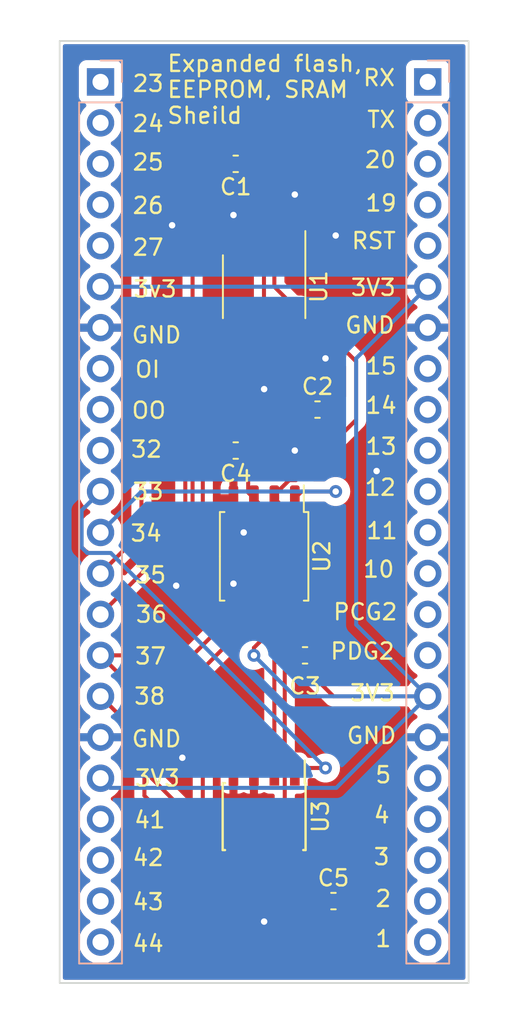
<source format=kicad_pcb>
(kicad_pcb (version 20221018) (generator pcbnew)
  (layers (0 "F.Cu" signal) (31 "B.Cu" signal) (34 "B.Paste" user) (35 "F.Paste" user) (36 "B.SilkS" user "B.Silkscreen") (37 "F.SilkS" user "F.Silkscreen") (38 "B.Mask" user) (39 "F.Mask" user) (44 "Edge.Cuts" user))
  (net 0 "")
  (net 1 "+3V3")
  (net 2 "GND")
  (net 33 "CS1")
  (net 34 "SO")
  (net 35 "SI")
  (net 36 "SCK")
  (net 37 "CS2")
  (net 38 "CS3")
  (footprint "Capacitor_SMD:C_0603_1608Metric" (layer "F.Cu") (at 160.795 68.58 180)
    (fp_text reference "C4" (at 0 -1.43) (layer "F.SilkS"))
    (fp_text value "0.1uF")
    (fp_line (start -0.14058 -0.51) (end 0.14058 -0.51) (stroke (width 0.12)) (layer "F.SilkS"))
    (fp_line (start -0.14058 0.51) (end 0.14058 0.51) (stroke (width 0.12)) (layer "F.SilkS"))
    (pad "1" smd roundrect (at -0.775 0 180) (size 0.9 0.95) (layers "F.Cu" "F.Paste" "F.Mask") (net 1 "+3V3"))
    (pad "2" smd roundrect (at 0.775 0 180) (size 0.9 0.95) (layers "F.Cu" "F.Paste" "F.Mask") (net 2 "GND"))
  )
  (footprint "Package_SO:SOIC-8_3.9x4.9mm_P1.27mm" (layer "F.Cu") (at 162.56 58.42 -90)
    (fp_text reference "U1" (at 0 -3.4 90) (layer "F.SilkS"))
    (fp_text value "25CSM04xxSN")
    (fp_line (start 0 -2.56) (end -3.45 -2.56) (stroke (width 0.12)) (layer "F.SilkS"))
    (fp_line (start 0 -2.56) (end 1.95 -2.56) (stroke (width 0.12)) (layer "F.SilkS"))
    (fp_line (start 0 2.56) (end -1.95 2.56) (stroke (width 0.12)) (layer "F.SilkS"))
    (fp_line (start 0 2.56) (end 1.95 2.56) (stroke (width 0.12)) (layer "F.SilkS"))
    (pad "1" smd roundrect (at -2.475 -1.905 270) (size 1.95 0.6) (layers "F.Cu" "F.Paste" "F.Mask") (net 33 "CS1"))
    (pad "2" smd roundrect (at -2.475 -0.635 270) (size 1.95 0.6) (layers "F.Cu" "F.Paste" "F.Mask") (net 34 "SO"))
    (pad "3" smd roundrect (at -2.475 0.635 270) (size 1.95 0.6) (layers "F.Cu" "F.Paste" "F.Mask") (net 1 "+3V3"))
    (pad "4" smd roundrect (at -2.475 1.905 270) (size 1.95 0.6) (layers "F.Cu" "F.Paste" "F.Mask") (net 2 "GND"))
    (pad "5" smd roundrect (at 2.475 1.905 270) (size 1.95 0.6) (layers "F.Cu" "F.Paste" "F.Mask") (net 35 "SI"))
    (pad "6" smd roundrect (at 2.475 0.635 270) (size 1.95 0.6) (layers "F.Cu" "F.Paste" "F.Mask") (net 36 "SCK"))
    (pad "7" smd roundrect (at 2.475 -0.635 270) (size 1.95 0.6) (layers "F.Cu" "F.Paste" "F.Mask") (net 1 "+3V3"))
    (pad "8" smd roundrect (at 2.475 -1.905 270) (size 1.95 0.6) (layers "F.Cu" "F.Paste" "F.Mask") (net 1 "+3V3"))
  )
  (footprint "Capacitor_SMD:C_0603_1608Metric" (layer "F.Cu") (at 166.865 96.52)
    (fp_text reference "C5" (at 0 -1.43) (layer "F.SilkS"))
    (fp_text value "0.1uF" hide)
    (fp_line (start -0.14058 -0.51) (end 0.14058 -0.51) (stroke (width 0.12)) (layer "F.SilkS"))
    (fp_line (start -0.14058 0.51) (end 0.14058 0.51) (stroke (width 0.12)) (layer "F.SilkS"))
    (pad "1" smd roundrect (at -0.775 0) (size 0.9 0.95) (layers "F.Cu" "F.Paste" "F.Mask") (net 1 "+3V3"))
    (pad "2" smd roundrect (at 0.775 0) (size 0.9 0.95) (layers "F.Cu" "F.Paste" "F.Mask") (net 2 "GND"))
  )
  (footprint "Capacitor_SMD:C_0603_1608Metric" (layer "F.Cu") (at 165.875 66.04)
    (fp_text reference "C2" (at 0 -1.43) (layer "F.SilkS"))
    (fp_text value "0.1uF" hide)
    (fp_line (start -0.14058 -0.51) (end 0.14058 -0.51) (stroke (width 0.12)) (layer "F.SilkS"))
    (fp_line (start -0.14058 0.51) (end 0.14058 0.51) (stroke (width 0.12)) (layer "F.SilkS"))
    (pad "1" smd roundrect (at -0.775 0) (size 0.9 0.95) (layers "F.Cu" "F.Paste" "F.Mask") (net 1 "+3V3"))
    (pad "2" smd roundrect (at 0.775 0) (size 0.9 0.95) (layers "F.Cu" "F.Paste" "F.Mask") (net 2 "GND"))
  )
  (footprint "Capacitor_SMD:C_0603_1608Metric" (layer "F.Cu") (at 165.1 81.28)
    (fp_text reference "C3" (at 0 1.905) (layer "F.SilkS"))
    (fp_text value "0.1uF" hide)
    (fp_line (start -0.14058 -0.51) (end 0.14058 -0.51) (stroke (width 0.12)) (layer "F.SilkS"))
    (fp_line (start -0.14058 0.51) (end 0.14058 0.51) (stroke (width 0.12)) (layer "F.SilkS"))
    (pad "1" smd roundrect (at -0.775 0) (size 0.9 0.95) (layers "F.Cu" "F.Paste" "F.Mask") (net 1 "+3V3"))
    (pad "2" smd roundrect (at 0.775 0) (size 0.9 0.95) (layers "F.Cu" "F.Paste" "F.Mask") (net 2 "GND"))
  )
  (footprint "Package_SO:SOIC-8_5.275x5.275mm_P1.27mm" (layer "F.Cu") (at 162.56 75.14 -90)
    (fp_text reference "U2" (at 0 -3.59 90) (layer "F.SilkS"))
    (fp_text value "SST25VF080B-50-4x-S2Ax")
    (fp_line (start -2.7475 -2.7475) (end -2.7475 -2.465) (stroke (width 0.12)) (layer "F.SilkS"))
    (fp_line (start -2.7475 -2.465) (end -4.4 -2.465) (stroke (width 0.12)) (layer "F.SilkS"))
    (fp_line (start -2.7475 2.7475) (end -2.7475 2.465) (stroke (width 0.12)) (layer "F.SilkS"))
    (fp_line (start 0 -2.7475) (end -2.7475 -2.7475) (stroke (width 0.12)) (layer "F.SilkS"))
    (fp_line (start 0 -2.7475) (end 2.7475 -2.7475) (stroke (width 0.12)) (layer "F.SilkS"))
    (fp_line (start 0 2.7475) (end -2.7475 2.7475) (stroke (width 0.12)) (layer "F.SilkS"))
    (fp_line (start 0 2.7475) (end 2.7475 2.7475) (stroke (width 0.12)) (layer "F.SilkS"))
    (fp_line (start 2.7475 -2.7475) (end 2.7475 -2.465) (stroke (width 0.12)) (layer "F.SilkS"))
    (fp_line (start 2.7475 2.7475) (end 2.7475 2.465) (stroke (width 0.12)) (layer "F.SilkS"))
    (pad "1" smd roundrect (at -3.6 -1.905 270) (size 1.6 0.6) (layers "F.Cu" "F.Paste" "F.Mask") (net 37 "CS2"))
    (pad "2" smd roundrect (at -3.6 -0.635 270) (size 1.6 0.6) (layers "F.Cu" "F.Paste" "F.Mask") (net 34 "SO"))
    (pad "3" smd roundrect (at -3.6 0.635 270) (size 1.6 0.6) (layers "F.Cu" "F.Paste" "F.Mask") (net 1 "+3V3"))
    (pad "4" smd roundrect (at -3.6 1.905 270) (size 1.6 0.6) (layers "F.Cu" "F.Paste" "F.Mask") (net 2 "GND"))
    (pad "5" smd roundrect (at 3.6 1.905 270) (size 1.6 0.6) (layers "F.Cu" "F.Paste" "F.Mask") (net 35 "SI"))
    (pad "6" smd roundrect (at 3.6 0.635 270) (size 1.6 0.6) (layers "F.Cu" "F.Paste" "F.Mask") (net 36 "SCK"))
    (pad "7" smd roundrect (at 3.6 -0.635 270) (size 1.6 0.6) (layers "F.Cu" "F.Paste" "F.Mask") (net 1 "+3V3"))
    (pad "8" smd roundrect (at 3.6 -1.905 270) (size 1.6 0.6) (layers "F.Cu" "F.Paste" "F.Mask") (net 1 "+3V3"))
  )
  (footprint "Package_SO:SOIC-8-N7_3.9x4.9mm_P1.27mm" (layer "F.Cu") (at 162.56 91.28 -90)
    (fp_text reference "U3" (at 0 -3.5 90) (layer "F.SilkS"))
    (fp_text value "23LC1024T-I/SN")
    (fp_line (start -2.075 -2.575) (end -2.075 -2.525) (stroke (width 0.15)) (layer "F.SilkS"))
    (fp_line (start -2.075 -2.575) (end 2.075 -2.575) (stroke (width 0.15)) (layer "F.SilkS"))
    (fp_line (start -2.075 -2.525) (end -3.475 -2.525) (stroke (width 0.15)) (layer "F.SilkS"))
    (fp_line (start -2.075 2.575) (end -2.075 2.43) (stroke (width 0.15)) (layer "F.SilkS"))
    (fp_line (start -2.075 2.575) (end 2.075 2.575) (stroke (width 0.15)) (layer "F.SilkS"))
    (fp_line (start 2.075 -2.575) (end 2.075 -2.43) (stroke (width 0.15)) (layer "F.SilkS"))
    (fp_line (start 2.075 2.575) (end 2.075 2.43) (stroke (width 0.15)) (layer "F.SilkS"))
    (pad "1" smd rect (at -2.7 -1.905 270) (size 1.55 0.6) (layers "F.Cu" "F.Paste" "F.Mask") (net 38 "CS3"))
    (pad "2" smd rect (at -2.7 -0.635 270) (size 1.55 0.6) (layers "F.Cu" "F.Paste" "F.Mask") (net 34 "SO"))
    (pad "3" smd rect (at -2.7 0.635 270) (size 1.55 0.6) (layers "F.Cu" "F.Paste" "F.Mask") (net 2 "GND"))
    (pad "4" smd rect (at -2.7 1.905 270) (size 1.55 0.6) (layers "F.Cu" "F.Paste" "F.Mask") (net 2 "GND"))
    (pad "5" smd rect (at 2.7 1.905 270) (size 1.55 0.6) (layers "F.Cu" "F.Paste" "F.Mask") (net 35 "SI"))
    (pad "6" smd rect (at 2.7 0.635 270) (size 1.55 0.6) (layers "F.Cu" "F.Paste" "F.Mask") (net 36 "SCK"))
    (pad "8" smd rect (at 2.7 -1.905 270) (size 1.55 0.6) (layers "F.Cu" "F.Paste" "F.Mask") (net 1 "+3V3"))
  )
  (footprint "Capacitor_SMD:C_0603_1608Metric" (layer "F.Cu") (at 160.795 50.8 180)
    (fp_text reference "C1" (at 0 -1.43) (layer "F.SilkS"))
    (fp_text value "0.1uF" hide)
    (fp_line (start -0.14058 -0.51) (end 0.14058 -0.51) (stroke (width 0.12)) (layer "F.SilkS"))
    (fp_line (start -0.14058 0.51) (end 0.14058 0.51) (stroke (width 0.12)) (layer "F.SilkS"))
    (pad "1" smd roundrect (at -0.775 0 180) (size 0.9 0.95) (layers "F.Cu" "F.Paste" "F.Mask") (net 1 "+3V3"))
    (pad "2" smd roundrect (at 0.775 0 180) (size 0.9 0.95) (layers "F.Cu" "F.Paste" "F.Mask") (net 2 "GND"))
  )
  (footprint "Connector_PinHeader_2.54mm:PinHeader_1x22_P2.54mm_Vertical" (layer "B.Cu") (at 172.72 45.72 180)
    (fp_text reference "J2" hide)
    (fp_text value "Conn_01x22_Pin")
    (fp_line (start -1.33 -54.67) (end 1.33 -54.67) (stroke (width 0.12)) (layer "B.SilkS"))
    (fp_line (start -1.33 -1.27) (end -1.33 -54.67) (stroke (width 0.12)) (layer "B.SilkS"))
    (fp_line (start -1.33 -1.27) (end 1.33 -1.27) (stroke (width 0.12)) (layer "B.SilkS"))
    (fp_line (start -1.33 0) (end -1.33 1.33) (stroke (width 0.12)) (layer "B.SilkS"))
    (fp_line (start -1.33 1.33) (end 0 1.33) (stroke (width 0.12)) (layer "B.SilkS"))
    (fp_line (start 1.33 -1.27) (end 1.33 -54.67) (stroke (width 0.12)) (layer "B.SilkS"))
    (pad "1" thru_hole rect (at 0 0 180) (size 1.7 1.7) (drill 1) (layers "*.Cu" "*.Mask"))
    (pad "2" thru_hole oval (at 0 -2.54 180) (size 1.7 1.7) (drill 1) (layers "*.Cu" "*.Mask"))
    (pad "3" thru_hole oval (at 0 -5.08 180) (size 1.7 1.7) (drill 1) (layers "*.Cu" "*.Mask"))
    (pad "4" thru_hole oval (at 0 -7.62 180) (size 1.7 1.7) (drill 1) (layers "*.Cu" "*.Mask"))
    (pad "5" thru_hole oval (at 0 -10.16 180) (size 1.7 1.7) (drill 1) (layers "*.Cu" "*.Mask"))
    (pad "6" thru_hole oval (at 0 -12.7 180) (size 1.7 1.7) (drill 1) (layers "*.Cu" "*.Mask") (net 1 "+3V3"))
    (pad "7" thru_hole oval (at 0 -15.24 180) (size 1.7 1.7) (drill 1) (layers "*.Cu" "*.Mask") (net 2 "GND"))
    (pad "8" thru_hole oval (at 0 -17.78 180) (size 1.7 1.7) (drill 1) (layers "*.Cu" "*.Mask"))
    (pad "9" thru_hole oval (at 0 -20.32 180) (size 1.7 1.7) (drill 1) (layers "*.Cu" "*.Mask"))
    (pad "10" thru_hole oval (at 0 -22.86 180) (size 1.7 1.7) (drill 1) (layers "*.Cu" "*.Mask"))
    (pad "11" thru_hole oval (at 0 -25.4 180) (size 1.7 1.7) (drill 1) (layers "*.Cu" "*.Mask"))
    (pad "12" thru_hole oval (at 0 -27.94 180) (size 1.7 1.7) (drill 1) (layers "*.Cu" "*.Mask"))
    (pad "13" thru_hole oval (at 0 -30.48 180) (size 1.7 1.7) (drill 1) (layers "*.Cu" "*.Mask"))
    (pad "14" thru_hole oval (at 0 -33.02 180) (size 1.7 1.7) (drill 1) (layers "*.Cu" "*.Mask"))
    (pad "15" thru_hole oval (at 0 -35.56 180) (size 1.7 1.7) (drill 1) (layers "*.Cu" "*.Mask"))
    (pad "16" thru_hole oval (at 0 -38.1 180) (size 1.7 1.7) (drill 1) (layers "*.Cu" "*.Mask") (net 1 "+3V3"))
    (pad "17" thru_hole oval (at 0 -40.64 180) (size 1.7 1.7) (drill 1) (layers "*.Cu" "*.Mask") (net 2 "GND"))
    (pad "18" thru_hole oval (at 0 -43.18 180) (size 1.7 1.7) (drill 1) (layers "*.Cu" "*.Mask"))
    (pad "19" thru_hole oval (at 0 -45.72 180) (size 1.7 1.7) (drill 1) (layers "*.Cu" "*.Mask"))
    (pad "20" thru_hole oval (at 0 -48.26 180) (size 1.7 1.7) (drill 1) (layers "*.Cu" "*.Mask"))
    (pad "21" thru_hole oval (at 0 -50.8 180) (size 1.7 1.7) (drill 1) (layers "*.Cu" "*.Mask"))
    (pad "22" thru_hole oval (at 0 -53.34 180) (size 1.7 1.7) (drill 1) (layers "*.Cu" "*.Mask"))
  )
  (footprint "Connector_PinHeader_2.54mm:PinHeader_1x22_P2.54mm_Vertical" (layer "B.Cu") (at 152.4 45.72 180)
    (fp_text reference "J1" hide)
    (fp_text value "Conn_01x22_Pin")
    (fp_line (start -1.33 -54.67) (end 1.33 -54.67) (stroke (width 0.12)) (layer "B.SilkS"))
    (fp_line (start -1.33 -1.27) (end -1.33 -54.67) (stroke (width 0.12)) (layer "B.SilkS"))
    (fp_line (start -1.33 -1.27) (end 1.33 -1.27) (stroke (width 0.12)) (layer "B.SilkS"))
    (fp_line (start -1.33 0) (end -1.33 1.33) (stroke (width 0.12)) (layer "B.SilkS"))
    (fp_line (start -1.33 1.33) (end 0 1.33) (stroke (width 0.12)) (layer "B.SilkS"))
    (fp_line (start 1.33 -1.27) (end 1.33 -54.67) (stroke (width 0.12)) (layer "B.SilkS"))
    (pad "1" thru_hole rect (at 0 0 180) (size 1.7 1.7) (drill 1) (layers "*.Cu" "*.Mask"))
    (pad "2" thru_hole oval (at 0 -2.54 180) (size 1.7 1.7) (drill 1) (layers "*.Cu" "*.Mask"))
    (pad "3" thru_hole oval (at 0 -5.08 180) (size 1.7 1.7) (drill 1) (layers "*.Cu" "*.Mask"))
    (pad "4" thru_hole oval (at 0 -7.62 180) (size 1.7 1.7) (drill 1) (layers "*.Cu" "*.Mask"))
    (pad "5" thru_hole oval (at 0 -10.16 180) (size 1.7 1.7) (drill 1) (layers "*.Cu" "*.Mask"))
    (pad "6" thru_hole oval (at 0 -12.7 180) (size 1.7 1.7) (drill 1) (layers "*.Cu" "*.Mask") (net 1 "+3V3"))
    (pad "7" thru_hole oval (at 0 -15.24 180) (size 1.7 1.7) (drill 1) (layers "*.Cu" "*.Mask") (net 2 "GND"))
    (pad "8" thru_hole oval (at 0 -17.78 180) (size 1.7 1.7) (drill 1) (layers "*.Cu" "*.Mask"))
    (pad "9" thru_hole oval (at 0 -20.32 180) (size 1.7 1.7) (drill 1) (layers "*.Cu" "*.Mask"))
    (pad "10" thru_hole oval (at 0 -22.86 180) (size 1.7 1.7) (drill 1) (layers "*.Cu" "*.Mask"))
    (pad "11" thru_hole oval (at 0 -25.4 180) (size 1.7 1.7) (drill 1) (layers "*.Cu" "*.Mask") (net 38 "CS3"))
    (pad "12" thru_hole oval (at 0 -27.94 180) (size 1.7 1.7) (drill 1) (layers "*.Cu" "*.Mask") (net 37 "CS2"))
    (pad "13" thru_hole oval (at 0 -30.48 180) (size 1.7 1.7) (drill 1) (layers "*.Cu" "*.Mask") (net 33 "CS1"))
    (pad "14" thru_hole oval (at 0 -33.02 180) (size 1.7 1.7) (drill 1) (layers "*.Cu" "*.Mask") (net 34 "SO"))
    (pad "15" thru_hole oval (at 0 -35.56 180) (size 1.7 1.7) (drill 1) (layers "*.Cu" "*.Mask") (net 35 "SI"))
    (pad "16" thru_hole oval (at 0 -38.1 180) (size 1.7 1.7) (drill 1) (layers "*.Cu" "*.Mask") (net 36 "SCK"))
    (pad "17" thru_hole oval (at 0 -40.64 180) (size 1.7 1.7) (drill 1) (layers "*.Cu" "*.Mask") (net 2 "GND"))
    (pad "18" thru_hole oval (at 0 -43.18 180) (size 1.7 1.7) (drill 1) (layers "*.Cu" "*.Mask") (net 1 "+3V3"))
    (pad "19" thru_hole oval (at 0 -45.72 180) (size 1.7 1.7) (drill 1) (layers "*.Cu" "*.Mask"))
    (pad "20" thru_hole oval (at 0 -48.26 180) (size 1.7 1.7) (drill 1) (layers "*.Cu" "*.Mask"))
    (pad "21" thru_hole oval (at 0 -50.8 180) (size 1.7 1.7) (drill 1) (layers "*.Cu" "*.Mask"))
    (pad "22" thru_hole oval (at 0 -53.34 180) (size 1.7 1.7) (drill 1) (layers "*.Cu" "*.Mask"))
  )
  (gr_rect (start 149.86 43.18) (end 175.26 101.6) (stroke (width 0.1)) (fill none) (layer "Edge.Cuts"))
  (gr_text "3V3" (at 154.4574 89.4842) (layer "F.SilkS") (effects (font (size 1 1)) (justify left bottom)))
  (gr_text "37" (at 154.4574 81.915) (layer "F.SilkS") (effects (font (size 1 1)) (justify left bottom)))
  (gr_text "26" (at 154.305 53.975) (layer "F.SilkS") (effects (font (size 1 1)) (justify left bottom)))
  (gr_text "RX" (at 168.623 46.0502) (layer "F.SilkS") (effects (font (size 1 1)) (justify left bottom)))
  (gr_text "27" (at 154.305 56.5658) (layer "F.SilkS") (effects (font (size 1 1)) (justify left bottom)))
  (gr_text "3V3" (at 167.8102 84.201) (layer "F.SilkS") (effects (font (size 1 1)) (justify left bottom)))
  (gr_text "Expanded flash,\nEEPROM, SRAM\nSheild" (at 156.464 48.387) (layer "F.SilkS") (effects (font (size 1 1)) (justify left bottom)))
  (gr_text "25" (at 154.305 51.2826) (layer "F.SilkS") (effects (font (size 1 1)) (justify left bottom)))
  (gr_text "43" (at 154.305 97.155) (layer "F.SilkS") (effects (font (size 1 1)) (justify left bottom)))
  (gr_text "RST" (at 167.9118 56.1594) (layer "F.SilkS") (effects (font (size 1 1)) (justify left bottom)))
  (gr_text "OI" (at 154.4574 64.135) (layer "F.SilkS") (effects (font (size 1 1)) (justify left bottom)))
  (gr_text "3V3" (at 167.861 59.055) (layer "F.SilkS") (effects (font (size 1 1)) (justify left bottom)))
  (gr_text "38" (at 154.4066 84.4042) (layer "F.SilkS") (effects (font (size 1 1)) (justify left bottom)))
  (gr_text "11" (at 168.8262 74.1426) (layer "F.SilkS") (effects (font (size 1 1)) (justify left bottom)))
  (gr_text "3" (at 169.2834 94.361) (layer "F.SilkS") (effects (font (size 1 1)) (justify left bottom)))
  (gr_text "GND" (at 154.2542 87.0458) (layer "F.SilkS") (effects (font (size 1 1)) (justify left bottom)))
  (gr_text "TX" (at 168.877 48.641) (layer "F.SilkS") (effects (font (size 1 1)) (justify left bottom)))
  (gr_text "10" (at 168.623 76.5302) (layer "F.SilkS") (effects (font (size 1 1)) (justify left bottom)))
  (gr_text "20" (at 168.7246 51.1302) (layer "F.SilkS") (effects (font (size 1 1)) (justify left bottom)))
  (gr_text "33" (at 154.305 71.7042) (layer "F.SilkS") (effects (font (size 1 1)) (justify left bottom)))
  (gr_text "32" (at 154.2034 69.088) (layer "F.SilkS") (effects (font (size 1 1)) (justify left bottom)))
  (gr_text "5" (at 169.385 89.281) (layer "F.SilkS") (effects (font (size 1 1)) (justify left bottom)))
  (gr_text "36" (at 154.5082 79.3242) (layer "F.SilkS") (effects (font (size 1 1)) (justify left bottom)))
  (gr_text "24" (at 154.305 48.895) (layer "F.SilkS") (effects (font (size 1 1)) (justify left bottom)))
  (gr_text "4" (at 169.2834 91.7702) (layer "F.SilkS") (effects (font (size 1 1)) (justify left bottom)))
  (gr_text "GND" (at 167.607 86.8426) (layer "F.SilkS") (effects (font (size 1 1)) (justify left bottom)))
  (gr_text "13" (at 168.7754 68.9102) (layer "F.SilkS") (effects (font (size 1 1)) (justify left bottom)))
  (gr_text "12" (at 168.7246 71.4502) (layer "F.SilkS") (effects (font (size 1 1)) (justify left bottom)))
  (gr_text "1" (at 169.385 99.441) (layer "F.SilkS") (effects (font (size 1 1)) (justify left bottom)))
  (gr_text "41" (at 154.4066 92.075) (layer "F.SilkS") (effects (font (size 1 1)) (justify left bottom)))
  (gr_text "14" (at 168.7754 66.3702) (layer "F.SilkS") (effects (font (size 1 1)) (justify left bottom)))
  (gr_text "23" (at 154.305 46.4058) (layer "F.SilkS") (effects (font (size 1 1)) (justify left bottom)))
  (gr_text "3v3" (at 154.3558 59.1566) (layer "F.SilkS") (effects (font (size 1 1)) (justify left bottom)))
  (gr_text "PCG2" (at 166.7688 79.1718) (layer "F.SilkS") (effects (font (size 1 1)) (justify left bottom)))
  (gr_text "35" (at 154.4574 76.8858) (layer "F.SilkS") (effects (font (size 1 1)) (justify left bottom)))
  (gr_text "PDG2" (at 166.591 81.6102) (layer "F.SilkS") (effects (font (size 1 1)) (justify left bottom)))
  (gr_text "44" (at 154.305 99.7458) (layer "F.SilkS") (effects (font (size 1 1)) (justify left bottom)))
  (gr_text "GND" (at 167.5054 61.3918) (layer "F.SilkS") (effects (font (size 1 1)) (justify left bottom)))
  (gr_text "15" (at 168.7754 63.9318) (layer "F.SilkS") (effects (font (size 1 1)) (justify left bottom)))
  (gr_text "2" (at 169.385 96.9518) (layer "F.SilkS") (effects (font (size 1 1)) (justify left bottom)))
  (gr_text "GND" (at 154.2542 62.0014) (layer "F.SilkS") (effects (font (size 1 1)) (justify left bottom)))
  (gr_text "42" (at 154.305 94.4118) (layer "F.SilkS") (effects (font (size 1 1)) (justify left bottom)))
  (gr_text "19" (at 168.7754 53.8226) (layer "F.SilkS") (effects (font (size 1 1)) (justify left bottom)))
  (gr_text "34" (at 154.178 74.295) (layer "F.SilkS") (effects (font (size 1 1)) (justify left bottom)))
  (gr_text "OO" (at 154.2542 66.675) (layer "F.SilkS") (effects (font (size 1 1)) (justify left bottom)))
  (segment (start 161.925 55.945) (end 161.925 51.155) (width 0.25) (layer "F.Cu") (net 1))
  (segment (start 172.72 83.82) (end 166.865 83.82) (width 0.25) (layer "F.Cu") (net 1))
  (segment (start 166.09 96.52) (end 166.09 95.605) (width 0.25) (layer "F.Cu") (net 1))
  (segment (start 161.925 55.945) (end 162.55 56.57) (width 0.25) (layer "F.Cu") (net 1))
  (segment (start 166.09 95.605) (end 164.465 93.98) (width 0.25) (layer "F.Cu") (net 1))
  (segment (start 164.465 81.14) (end 164.325 81.28) (width 0.25) (layer "F.Cu") (net 1))
  (segment (start 162.57 78.115) (end 162.57 72.185) (width 0.25) (layer "F.Cu") (net 1))
  (segment (start 161.925 51.155) (end 161.57 50.8) (width 0.25) (layer "F.Cu") (net 1))
  (segment (start 161.57 71.185) (end 161.925 71.54) (width 0.25) (layer "F.Cu") (net 1))
  (segment (start 162.57 72.185) (end 161.925 71.54) (width 0.25) (layer "F.Cu") (net 1))
  (segment (start 165.1 61.53) (end 164.465 60.895) (width 0.25) (layer "F.Cu") (net 1))
  (segment (start 163.195 78.74) (end 162.57 78.115) (width 0.25) (layer "F.Cu") (net 1))
  (segment (start 162.55 56.57) (end 162.55 60.25) (width 0.25) (layer "F.Cu") (net 1))
  (segment (start 165.1 66.04) (end 165.1 61.53) (width 0.25) (layer "F.Cu") (net 1))
  (segment (start 166.865 83.82) (end 164.325 81.28) (width 0.25) (layer "F.Cu") (net 1))
  (segment (start 163.84 81.765) (end 164.325 81.28) (width 0.25) (layer "F.Cu") (net 1))
  (segment (start 161.57 68.58) (end 161.57 71.185) (width 0.25) (layer "F.Cu") (net 1))
  (segment (start 161.57 68.58) (end 162.56 68.58) (width 0.25) (layer "F.Cu") (net 1))
  (segment (start 163.195 60.895) (end 164.465 60.895) (width 0.25) (layer "F.Cu") (net 1))
  (segment (start 161.925 80.81) (end 161.925 81.28) (width 0.25) (layer "F.Cu") (net 1))
  (segment (start 163.84 93.355) (end 163.84 81.765) (width 0.25) (layer "F.Cu") (net 1))
  (segment (start 164.465 93.98) (end 163.84 93.355) (width 0.25) (layer "F.Cu") (net 1))
  (segment (start 162.55 60.25) (end 163.195 60.895) (width 0.25) (layer "F.Cu") (net 1))
  (segment (start 162.56 68.58) (end 165.1 66.04) (width 0.25) (layer "F.Cu") (net 1))
  (segment (start 163.195 78.74) (end 163.195 79.54) (width 0.25) (layer "F.Cu") (net 1))
  (segment (start 164.465 78.74) (end 164.465 81.14) (width 0.25) (layer "F.Cu") (net 1))
  (segment (start 163.195 79.54) (end 161.925 80.81) (width 0.25) (layer "F.Cu") (net 1))
  (via (at 161.925 81.28) (size 0.8) (drill 0.4) (layers "F.Cu" "B.Cu") (net 1))
  (segment (start 161.925 81.28) (end 164.465 83.82) (width 0.25) (layer "B.Cu") (net 1))
  (segment (start 172.72 83.82) (end 168.275 79.375) (width 0.25) (layer "B.Cu") (net 1))
  (segment (start 164.465 83.82) (end 172.72 83.82) (width 0.25) (layer "B.Cu") (net 1))
  (segment (start 152.4 88.9) (end 152.998568 89.498568) (width 0.25) (layer "B.Cu") (net 1))
  (segment (start 168.275 62.865) (end 172.72 58.42) (width 0.25) (layer "B.Cu") (net 1))
  (segment (start 172.72 58.42) (end 152.4 58.42) (width 0.25) (layer "B.Cu") (net 1))
  (segment (start 168.275 79.375) (end 168.275 62.865) (width 0.25) (layer "B.Cu") (net 1))
  (segment (start 167.041432 89.498568) (end 172.72 83.82) (width 0.25) (layer "B.Cu") (net 1))
  (segment (start 152.998568 89.498568) (end 167.041432 89.498568) (width 0.25) (layer "B.Cu") (net 1))
  (via (at 157.48 87.63) (size 0.8) (drill 0.4) (layers "F.Cu" "B.Cu") (net 2))
  (via (at 162.56 64.77) (size 0.8) (drill 0.4) (layers "F.Cu" "B.Cu") (net 2))
  (via (at 160.655 76.835) (size 0.8) (drill 0.4) (layers "F.Cu" "B.Cu") (net 2))
  (via (at 162.56 97.79) (size 0.8) (drill 0.4) (layers "F.Cu" "B.Cu") (net 2))
  (via (at 157.099 76.962) (size 0.8) (drill 0.4) (layers "F.Cu" "B.Cu") (net 2))
  (via (at 167.005 55.245) (size 0.8) (drill 0.4) (layers "F.Cu" "B.Cu") (net 2))
  (via (at 160.655 53.975) (size 0.8) (drill 0.4) (layers "F.Cu" "B.Cu") (net 2))
  (via (at 164.465 68.58) (size 0.8) (drill 0.4) (layers "F.Cu" "B.Cu") (net 2))
  (via (at 164.465 52.705) (size 0.8) (drill 0.4) (layers "F.Cu" "B.Cu") (net 2))
  (via (at 166.37 62.865) (size 0.8) (drill 0.4) (layers "F.Cu" "B.Cu") (net 2))
  (via (at 156.845 54.61) (size 0.8) (drill 0.4) (layers "F.Cu" "B.Cu") (net 2))
  (via (at 161.29 73.66) (size 0.8) (drill 0.4) (layers "F.Cu" "B.Cu") (net 2))
  (via (at 169.545 69.85) (size 0.8) (drill 0.4) (layers "F.Cu" "B.Cu") (net 2))
  (segment (start 167.005 50.165) (end 163.195 46.355) (width 0.25) (layer "F.Cu") (net 33))
  (segment (start 163.195 46.355) (end 159.385 46.355) (width 0.25) (layer "F.Cu") (net 33))
  (segment (start 164.465 55.945) (end 167.005 53.405) (width 0.25) (layer "F.Cu") (net 33))
  (segment (start 159.385 46.355) (end 154.94 50.8) (width 0.25) (layer "F.Cu") (net 33))
  (segment (start 154.94 73.66) (end 152.4 76.2) (width 0.25) (layer "F.Cu") (net 33))
  (segment (start 154.94 50.8) (end 154.94 73.66) (width 0.25) (layer "F.Cu") (net 33))
  (segment (start 167.005 53.405) (end 167.005 50.165) (width 0.25) (layer "F.Cu") (net 33))
  (segment (start 164.535 70.415) (end 164.118248 70.415) (width 0.25) (layer "F.Cu") (net 34))
  (segment (start 157.665 64.204) (end 158.115 63.754) (width 0.25) (layer "F.Cu") (net 34))
  (segment (start 163.82 72.165) (end 163.195 71.54) (width 0.25) (layer "F.Cu") (net 34))
  (segment (start 163.195 50.8) (end 163.195 55.945) (width 0.25) (layer "F.Cu") (net 34))
  (segment (start 163.82 79.586752) (end 163.82 72.165) (width 0.25) (layer "F.Cu") (net 34))
  (segment (start 157.665 73.475) (end 157.665 64.204) (width 0.25) (layer "F.Cu") (net 34))
  (segment (start 163.195 88.58) (end 163.195 80.211752) (width 0.25) (layer "F.Cu") (net 34))
  (segment (start 168.275 63.058248) (end 168.275 66.675) (width 0.25) (layer "F.Cu") (net 34))
  (segment (start 164.811752 59.595) (end 168.275 63.058248) (width 0.25) (layer "F.Cu") (net 34))
  (segment (start 168.275 66.675) (end 164.535 70.415) (width 0.25) (layer "F.Cu") (net 34))
  (segment (start 158.115 63.754) (end 158.115 50.322182) (width 0.25) (layer "F.Cu") (net 34))
  (segment (start 163.195 55.945) (end 163.195 58.42) (width 0.25) (layer "F.Cu") (net 34))
  (segment (start 152.4 78.74) (end 157.665 73.475) (width 0.25) (layer "F.Cu") (net 34))
  (segment (start 161.29 48.895) (end 163.195 50.8) (width 0.25) (layer "F.Cu") (net 34))
  (segment (start 163.195 80.211752) (end 163.82 79.586752) (width 0.25) (layer "F.Cu") (net 34))
  (segment (start 163.195 58.42) (end 164.37 59.595) (width 0.25) (layer "F.Cu") (net 34))
  (segment (start 164.37 59.595) (end 164.811752 59.595) (width 0.25) (layer "F.Cu") (net 34))
  (segment (start 163.195 71.338248) (end 163.195 71.54) (width 0.25) (layer "F.Cu") (net 34))
  (segment (start 164.118248 70.415) (end 163.195 71.338248) (width 0.25) (layer "F.Cu") (net 34))
  (segment (start 158.115 50.322182) (end 159.542182 48.895) (width 0.25) (layer "F.Cu") (net 34))
  (segment (start 159.542182 48.895) (end 161.29 48.895) (width 0.25) (layer "F.Cu") (net 34))
  (segment (start 158.115 76.2) (end 160.655 78.74) (width 0.25) (layer "F.Cu") (net 35))
  (segment (start 158.115 81.28) (end 152.4 81.28) (width 0.25) (layer "F.Cu") (net 35))
  (segment (start 160.655 78.74) (end 158.115 81.28) (width 0.25) (layer "F.Cu") (net 35))
  (segment (start 159.385 62.165) (end 159.385 64.135) (width 0.25) (layer "F.Cu") (net 35))
  (segment (start 158.115 65.405) (end 158.115 76.2) (width 0.25) (layer "F.Cu") (net 35))
  (segment (start 154.305 84.455) (end 154.305 83.185) (width 0.25) (layer "F.Cu") (net 35))
  (segment (start 159.385 64.135) (end 158.115 65.405) (width 0.25) (layer "F.Cu") (net 35))
  (segment (start 155.575 88.9) (end 155.575 85.725) (width 0.25) (layer "F.Cu") (net 35))
  (segment (start 160.655 93.98) (end 155.575 88.9) (width 0.25) (layer "F.Cu") (net 35))
  (segment (start 155.575 85.725) (end 154.305 84.455) (width 0.25) (layer "F.Cu") (net 35))
  (segment (start 154.305 83.185) (end 152.4 81.28) (width 0.25) (layer "F.Cu") (net 35))
  (segment (start 160.655 60.895) (end 159.385 62.165) (width 0.25) (layer "F.Cu") (net 35))
  (segment (start 155.125 89.98462) (end 160.39038 95.25) (width 0.25) (layer "F.Cu") (net 36))
  (segment (start 161.925 94.755) (end 161.925 93.98) (width 0.25) (layer "F.Cu") (net 36))
  (segment (start 155.125 86.545) (end 155.125 89.98462) (width 0.25) (layer "F.Cu") (net 36))
  (segment (start 161.43 95.25) (end 161.925 94.755) (width 0.25) (layer "F.Cu") (net 36))
  (segment (start 158.75 82.116752) (end 161.925 78.941752) (width 0.25) (layer "F.Cu") (net 36))
  (segment (start 161.28 93.335) (end 161.28 93.07038) (width 0.25) (layer "F.Cu") (net 36))
  (segment (start 161.925 78.74) (end 161.925 76.2) (width 0.25) (layer "F.Cu") (net 36))
  (segment (start 160.795 62.725) (end 161.925 61.595) (width 0.25) (layer "F.Cu") (net 36))
  (segment (start 161.925 78.941752) (end 161.925 78.74) (width 0.25) (layer "F.Cu") (net 36))
  (segment (start 161.28 93.07038) (end 158.75 90.54038) (width 0.25) (layer "F.Cu") (net 36))
  (segment (start 160.39038 95.25) (end 161.43 95.25) (width 0.25) (layer "F.Cu") (net 36))
  (segment (start 161.925 76.2) (end 158.75 73.025) (width 0.25) (layer "F.Cu") (net 36))
  (segment (start 158.75 90.54038) (end 158.75 82.116752) (width 0.25) (layer "F.Cu") (net 36))
  (segment (start 160.795 64.63) (end 160.795 62.725) (width 0.25) (layer "F.Cu") (net 36))
  (segment (start 161.925 93.98) (end 161.28 93.335) (width 0.25) (layer "F.Cu") (net 36))
  (segment (start 161.925 61.595) (end 161.925 60.895) (width 0.25) (layer "F.Cu") (net 36))
  (segment (start 158.75 66.675) (end 160.795 64.63) (width 0.25) (layer "F.Cu") (net 36))
  (segment (start 158.75 73.025) (end 158.75 66.675) (width 0.25) (layer "F.Cu") (net 36))
  (segment (start 152.4 83.82) (end 155.125 86.545) (width 0.25) (layer "F.Cu") (net 36))
  (segment (start 164.885 71.12) (end 164.465 71.54) (width 0.25) (layer "F.Cu") (net 37))
  (segment (start 167.005 71.12) (end 164.885 71.12) (width 0.25) (layer "F.Cu") (net 37))
  (via (at 167.005 71.12) (size 0.8) (drill 0.4) (layers "F.Cu" "B.Cu") (net 37))
  (segment (start 152.4 73.66) (end 154.94 71.12) (width 0.25) (layer "B.Cu") (net 37))
  (segment (start 154.94 71.12) (end 167.005 71.12) (width 0.25) (layer "B.Cu") (net 37))
  (segment (start 166.37 88.265) (end 164.78 88.265) (width 0.25) (layer "F.Cu") (net 38))
  (segment (start 164.78 88.265) (end 164.465 88.58) (width 0.25) (layer "F.Cu") (net 38))
  (via (at 166.37 88.265) (size 0.8) (drill 0.4) (layers "F.Cu" "B.Cu") (net 38))
  (segment (start 152.4 71.12) (end 151.225 72.295) (width 0.25) (layer "B.Cu") (net 38))
  (segment (start 153.035 74.93) (end 166.37 88.265) (width 0.25) (layer "B.Cu") (net 38))
  (segment (start 151.225 72.295) (end 151.225 74.585027) (width 0.25) (layer "B.Cu") (net 38))
  (segment (start 151.225 74.585027) (end 151.569973 74.93) (width 0.25) (layer "B.Cu") (net 38))
  (segment (start 151.569973 74.93) (end 153.035 74.93) (width 0.25) (layer "B.Cu") (net 38))
  (zone (net 2) (net_name "GND") (layers "F&B.Cu") (connect_pads (clearance 0.5)) (min_thickness 0.25) (fill yes (thermal_gap 0.5) (thermal_bridge_width 0.5) (island_removal_mode 1) (island_area_min 10))
    (polygon (pts (xy 147.32 40.64) (xy 177.8 40.64) (xy 177.8 104.14) (xy 147.32 104.14)))
  )
  (zone (net 2) (net_name "GND") (layer "B.Cu") (priority 1) (connect_pads (clearance 0.5)) (min_thickness 0.25) (fill yes (thermal_gap 0.5) (thermal_bridge_width 0.5) (island_removal_mode 1) (island_area_min 10))
    (polygon (pts (xy 147.32 40.64) (xy 177.8 40.64) (xy 177.8 104.14) (xy 147.32 104.14)))
  )
)
</source>
